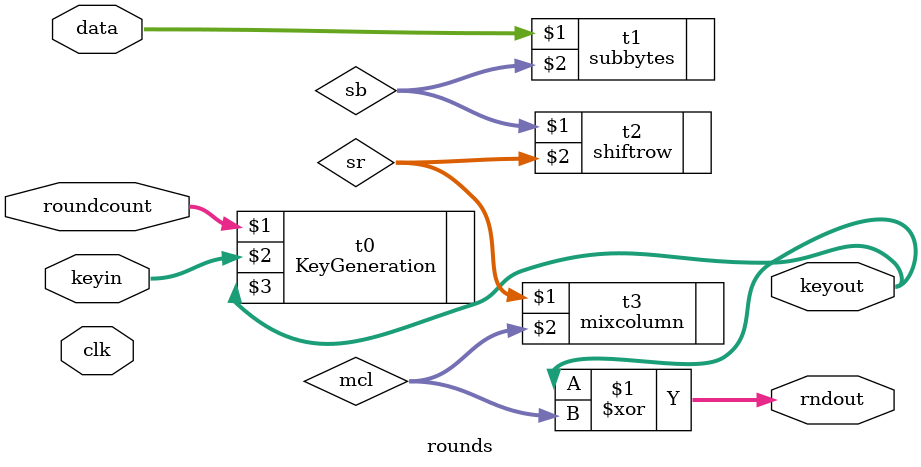
<source format=v>
`timescale 1ns / 1ps


module rounds(
clk,roundcount,data,keyin,keyout,rndout
    );
    
    input clk;
    input [3:0]roundcount;
    input [127:0]data;
    input [127:0]keyin;
    output [127:0]keyout;
    output [127:0]rndout;
    
    wire [127:0] sb,sr,mcl;
    
    KeyGeneration t0(roundcount,keyin,keyout);
    subbytes t1(data,sb);
    shiftrow t2(sb,sr);
    mixcolumn t3(sr,mcl);
    assign rndout= keyout^mcl;
    
endmodule

</source>
